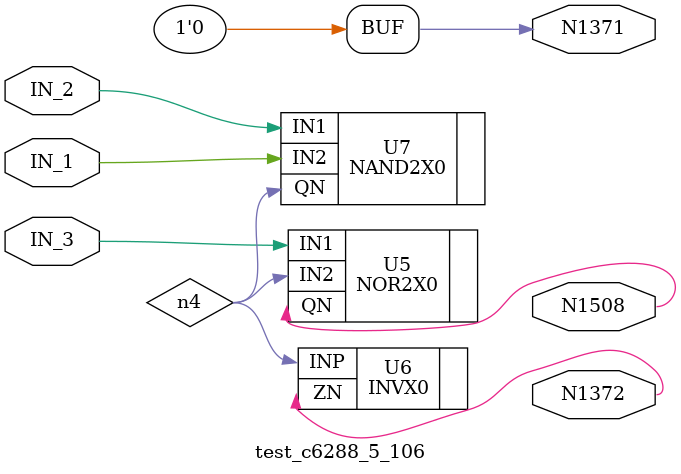
<source format=v>


module test_c6288_5_106 ( IN_1, IN_2, IN_3, N1371, N1372, N1508 );
  input IN_1, IN_2, IN_3;
  output N1371, N1372, N1508;
  wire   n4;
  assign N1371 = 1'b0;

  NOR2X0 U5 ( .IN1(IN_3), .IN2(n4), .QN(N1508) );
  INVX0 U6 ( .INP(n4), .ZN(N1372) );
  NAND2X0 U7 ( .IN1(IN_2), .IN2(IN_1), .QN(n4) );
endmodule


</source>
